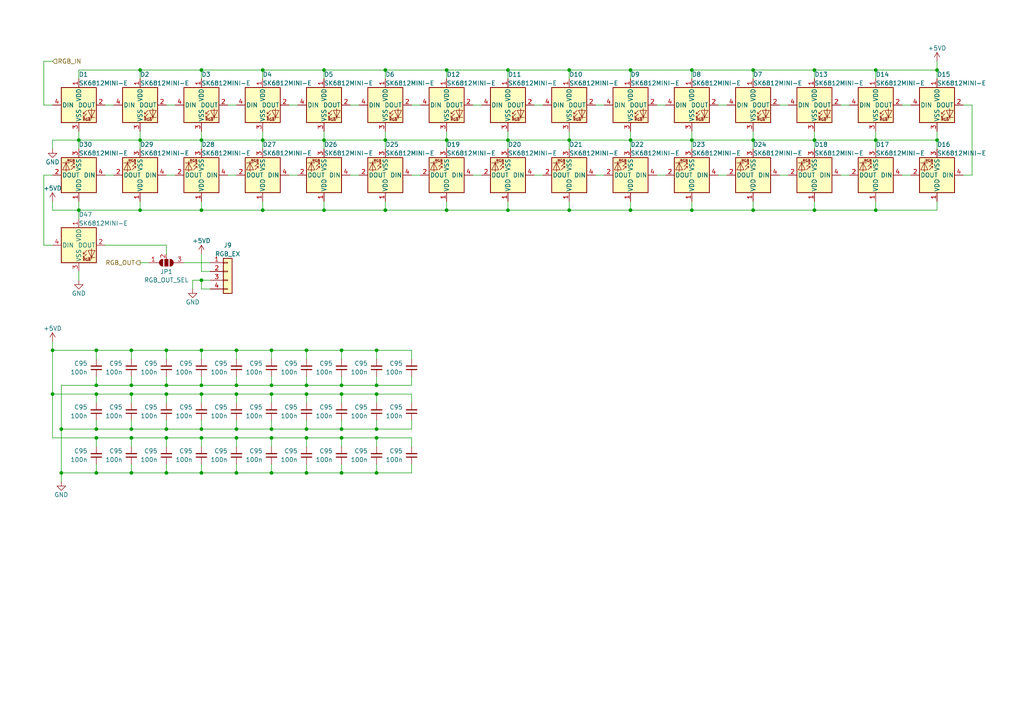
<source format=kicad_sch>
(kicad_sch (version 20230121) (generator eeschema)
  (paper "A4")
  (title_block (title "Cantaloupe split ergonomic keyboard") (date "2023-08-08") (rev "V3.0") (company "Created by Ariamelon (https://github.com/Ariamelon/Cantaloupe/)") (comment 1 "All capacitors 50V unless otherwise specified.") (comment 2 "Licensed under CC BY 4.0."))
  (lib_symbols
    (symbol "Connector_Generic:Conn_01x04" (pin_names (offset 1.016) hide)
      (property "Reference" "J" (at 0 5.08 0))
      (property "Value" "Conn_01x04" (at 0 -7.62 0))
      (symbol "Conn_01x04_1_1"
        (rectangle (start -1.27 -4.953) (end 0 -5.207) (stroke (width 0.1524)))
        (rectangle (start -1.27 -2.413) (end 0 -2.667) (stroke (width 0.1524)))
        (rectangle (start -1.27 0.127) (end 0 -0.127) (stroke (width 0.1524)))
        (rectangle (start -1.27 2.667) (end 0 2.413) (stroke (width 0.1524)))
        (rectangle (start -1.27 3.81) (end 1.27 -6.35) (stroke (width 0.254)) (fill (type background)))
        (pin passive line (at -5.08 2.54 0) (length 3.81) (name "Pin_1") (number "1"))
        (pin passive line (at -5.08 0 0) (length 3.81) (name "Pin_2") (number "2"))
        (pin passive line (at -5.08 -2.54 0) (length 3.81) (name "Pin_3") (number "3"))
        (pin passive line (at -5.08 -5.08 0) (length 3.81) (name "Pin_4") (number "4"))
      )
    )
    (symbol "Device:C_Small" (pin_numbers hide) (pin_names (offset 0.254) hide)
      (property "Reference" "C" (at 0.254 1.778 0))
      (property "Value" "C_Small" (at 0.254 -2.032 0))
      (symbol "C_Small_0_1"
        (polyline (pts (xy -1.524 -0.508) (xy 1.524 -0.508)) (stroke (width 0.3302)))
        (polyline (pts (xy -1.524 0.508) (xy 1.524 0.508)) (stroke (width 0.3048)))
      )
      (symbol "C_Small_1_1"
        (pin passive line (at 0 2.54 270) (length 2.032) (name "~") (number "1"))
        (pin passive line (at 0 -2.54 90) (length 2.032) (name "~") (number "2"))
      )
    )
    (symbol "Honeydew:SolderJumper_3_Open" (pin_names (offset 0) hide)
      (property "Reference" "JP" (at 0 2.6091 0))
      (property "Value" "SolderJumper_3_Open" (at 0 5.0333 0))
      (symbol "SolderJumper_3_Open_0_1"
        (arc (start -1.016 1.016) (mid -2.0276 0) (end -1.016 -1.016))
        (arc (start -1.016 1.016) (mid -2.0276 0) (end -1.016 -1.016) (fill (type outline)))
        (rectangle (start -0.508 1.016) (end 0.508 -1.016) (fill (type outline)))
        (polyline (pts (xy -2.54 0) (xy -2.032 0)))
        (polyline (pts (xy -1.016 1.016) (xy -1.016 -1.016)))
        (polyline (pts (xy 0 -1.27) (xy 0 -1.016)))
        (polyline (pts (xy 1.016 1.016) (xy 1.016 -1.016)))
        (polyline (pts (xy 2.54 0) (xy 2.032 0)))
        (arc (start 1.016 -1.016) (mid 2.0276 0) (end 1.016 1.016))
        (arc (start 1.016 -1.016) (mid 2.0276 0) (end 1.016 1.016) (fill (type outline)))
      )
      (symbol "SolderJumper_3_Open_1_1"
        (pin passive line (at -5.08 0 0) (length 2.54) (name "A") (number "1"))
        (pin passive line (at 0 -2.54 90) (length 1.27) (name "C") (number "2"))
        (pin passive line (at 5.08 0 180) (length 2.54) (name "B") (number "3"))
      )
    )
    (symbol "SK6812MINI-E_54" (pin_names (offset 0.254))
      (property "Reference" "D" (at 5.08 5.715 0))
      (property "Value" "SK6812MINI-E_54" (at 1.27 -5.715 0))
      (symbol "SK6812MINI-E_54_0_0"
        (text "RGB" (at 2.286 -4.191 0) (effects (font (size 0.762 0.762))))
      )
      (symbol "SK6812MINI-E_54_0_1"
        (polyline (pts (xy 1.27 -3.556) (xy 1.778 -3.556)))
        (polyline (pts (xy 1.27 -2.54) (xy 1.778 -2.54)))
        (polyline (pts (xy 4.699 -3.556) (xy 2.667 -3.556)))
        (polyline (pts (xy 2.286 -2.54) (xy 1.27 -3.556) (xy 1.27 -3.048)))
        (polyline (pts (xy 2.286 -1.524) (xy 1.27 -2.54) (xy 1.27 -2.032)))
        (polyline (pts (xy 3.683 -1.016) (xy 3.683 -3.556) (xy 3.683 -4.064)))
        (polyline (pts (xy 4.699 -1.524) (xy 2.667 -1.524) (xy 3.683 -3.556) (xy 4.699 -1.524)))
        (rectangle (start 5.08 5.08) (end -5.08 -5.08) (stroke (width 0.254)) (fill (type background)))
      )
      (symbol "SK6812MINI-E_54_1_1"
        (pin power_in line (at 0 7.62 270) (length 2.54) (name "VDD") (number "1"))
        (pin output line (at 7.62 0 180) (length 2.54) (name "DOUT") (number "2"))
        (pin power_in line (at 0 -7.62 90) (length 2.54) (name "VSS") (number "3"))
        (pin input line (at -7.62 0 0) (length 2.54) (name "DIN") (number "4"))
      )
    )
    (symbol "power:+5VD" (power) (pin_names (offset 0))
      (property "Value" "+5VD" (at 0 3.556 0))
      (symbol "+5VD_0_1"
        (polyline (pts (xy -0.762 1.27) (xy 0 2.54)))
        (polyline (pts (xy 0 0) (xy 0 2.54)))
        (polyline (pts (xy 0 2.54) (xy 0.762 1.27)))
      )
      (symbol "+5VD_1_1"
        (pin power_in line (at 0 0 90) (length 0) hide (name "+5VD") (number "1"))
      )
    )
    (symbol "power:GND" (power) (pin_names (offset 0))
      (property "Value" "GND" (at 0 -3.81 0))
      (symbol "GND_0_1"
        (polyline (pts (xy 0 0) (xy 0 -1.27) (xy 1.27 -1.27) (xy 0 -2.54) (xy -1.27 -1.27) (xy 0 -1.27)))
      )
      (symbol "GND_1_1"
        (pin power_in line (at 0 0 270) (length 0) hide (name "GND") (number "1"))
      )
    )
  )
  (junction (at 88.9 101.6))
  (junction (at 38.1 111.76))
  (junction (at 218.44 20.32))
  (junction (at 99.06 114.3))
  (junction (at 58.42 137.16))
  (junction (at 48.26 137.16))
  (junction (at 22.86 60.96))
  (junction (at 76.2 60.96))
  (junction (at 147.32 60.96))
  (junction (at 58.42 124.46))
  (junction (at 76.2 40.64))
  (junction (at 99.06 111.76))
  (junction (at 109.22 111.76))
  (junction (at 109.22 137.16))
  (junction (at 40.64 40.64))
  (junction (at 48.26 127))
  (junction (at 58.42 40.64))
  (junction (at 88.9 137.16))
  (junction (at 129.54 60.96))
  (junction (at 147.32 40.64))
  (junction (at 93.98 60.96))
  (junction (at 182.88 20.32))
  (junction (at 17.78 137.16))
  (junction (at 111.76 20.32))
  (junction (at 109.22 114.3))
  (junction (at 17.78 124.46))
  (junction (at 76.2 20.32))
  (junction (at 111.76 60.96))
  (junction (at 68.58 137.16))
  (junction (at 218.44 40.64))
  (junction (at 27.94 114.3))
  (junction (at 27.94 101.6))
  (junction (at 48.26 111.76))
  (junction (at 27.94 124.46))
  (junction (at 68.58 101.6))
  (junction (at 200.66 20.32))
  (junction (at 254 20.32))
  (junction (at 38.1 101.6))
  (junction (at 40.64 20.32))
  (junction (at 68.58 111.76))
  (junction (at 38.1 114.3))
  (junction (at 236.22 20.32))
  (junction (at 27.94 111.76))
  (junction (at 129.54 40.64))
  (junction (at 48.26 124.46))
  (junction (at 48.26 114.3))
  (junction (at 99.06 137.16))
  (junction (at 58.42 111.76))
  (junction (at 218.44 60.96))
  (junction (at 236.22 40.64))
  (junction (at 78.74 114.3))
  (junction (at 58.42 127))
  (junction (at 111.76 40.64))
  (junction (at 109.22 124.46))
  (junction (at 165.1 20.32))
  (junction (at 200.66 60.96))
  (junction (at 88.9 114.3))
  (junction (at 78.74 127))
  (junction (at 236.22 60.96))
  (junction (at 15.24 114.3))
  (junction (at 88.9 127))
  (junction (at 271.78 40.64))
  (junction (at 38.1 124.46))
  (junction (at 271.78 20.32))
  (junction (at 68.58 114.3))
  (junction (at 15.24 101.6))
  (junction (at 165.1 40.64))
  (junction (at 93.98 40.64))
  (junction (at 88.9 124.46))
  (junction (at 58.42 114.3))
  (junction (at 68.58 124.46))
  (junction (at 109.22 101.6))
  (junction (at 58.42 60.96))
  (junction (at 68.58 127))
  (junction (at 58.42 81.28))
  (junction (at 78.74 111.76))
  (junction (at 27.94 127))
  (junction (at 78.74 101.6))
  (junction (at 38.1 127))
  (junction (at 129.54 20.32))
  (junction (at 147.32 20.32))
  (junction (at 99.06 124.46))
  (junction (at 22.86 40.64))
  (junction (at 88.9 111.76))
  (junction (at 99.06 127))
  (junction (at 99.06 101.6))
  (junction (at 182.88 40.64))
  (junction (at 200.66 40.64))
  (junction (at 27.94 137.16))
  (junction (at 109.22 127))
  (junction (at 58.42 20.32))
  (junction (at 40.64 60.96))
  (junction (at 254 60.96))
  (junction (at 254 40.64))
  (junction (at 93.98 20.32))
  (junction (at 182.88 60.96))
  (junction (at 38.1 137.16))
  (junction (at 58.42 101.6))
  (junction (at 165.1 60.96))
  (junction (at 78.74 124.46))
  (junction (at 78.74 137.16))
  (junction (at 48.26 101.6))
  (wire (pts (xy 236.22 22.86) (xy 236.22 20.32)))
  (wire (pts (xy 40.64 22.86) (xy 40.64 20.32)))
  (wire (pts (xy 119.38 30.48) (xy 121.92 30.48)))
  (wire (pts (xy 58.42 134.62) (xy 58.42 137.16)))
  (wire (pts (xy 58.42 129.54) (xy 58.42 127)))
  (wire (pts (xy 236.22 40.64) (xy 236.22 43.18)))
  (wire (pts (xy 48.26 109.22) (xy 48.26 111.76)))
  (wire (pts (xy 218.44 40.64) (xy 236.22 40.64)))
  (wire (pts (xy 99.06 121.92) (xy 99.06 124.46)))
  (wire (pts (xy 30.48 71.12) (xy 48.26 71.12)))
  (wire (pts (xy 78.74 114.3) (xy 88.9 114.3)))
  (wire (pts (xy 154.94 50.8) (xy 157.48 50.8)))
  (wire (pts (xy 109.22 137.16) (xy 99.06 137.16)))
  (wire (pts (xy 99.06 134.62) (xy 99.06 137.16)))
  (wire (pts (xy 48.26 111.76) (xy 38.1 111.76)))
  (wire (pts (xy 48.26 114.3) (xy 58.42 114.3)))
  (wire (pts (xy 165.1 60.96) (xy 182.88 60.96)))
  (wire (pts (xy 88.9 137.16) (xy 78.74 137.16)))
  (wire (pts (xy 109.22 134.62) (xy 109.22 137.16)))
  (wire (pts (xy 111.76 40.64) (xy 129.54 40.64)))
  (wire (pts (xy 15.24 43.18) (xy 15.24 40.64)))
  (wire (pts (xy 15.24 101.6) (xy 27.94 101.6)))
  (wire (pts (xy 17.78 137.16) (xy 17.78 124.46)))
  (wire (pts (xy 109.22 111.76) (xy 99.06 111.76)))
  (wire (pts (xy 99.06 116.84) (xy 99.06 114.3)))
  (wire (pts (xy 68.58 134.62) (xy 68.58 137.16)))
  (wire (pts (xy 190.5 50.8) (xy 193.04 50.8)))
  (wire (pts (xy 27.94 104.14) (xy 27.94 101.6)))
  (wire (pts (xy 38.1 104.14) (xy 38.1 101.6)))
  (wire (pts (xy 66.04 50.8) (xy 68.58 50.8)))
  (wire (pts (xy 15.24 50.8) (xy 12.7 50.8)))
  (wire (pts (xy 78.74 109.22) (xy 78.74 111.76)))
  (wire (pts (xy 12.7 17.78) (xy 15.24 17.78)))
  (wire (pts (xy 101.6 50.8) (xy 104.14 50.8)))
  (wire (pts (xy 182.88 40.64) (xy 182.88 43.18)))
  (wire (pts (xy 48.26 127) (xy 58.42 127)))
  (wire (pts (xy 182.88 22.86) (xy 182.88 20.32)))
  (wire (pts (xy 12.7 50.8) (xy 12.7 71.12)))
  (wire (pts (xy 38.1 129.54) (xy 38.1 127)))
  (wire (pts (xy 109.22 104.14) (xy 109.22 101.6)))
  (wire (pts (xy 109.22 109.22) (xy 109.22 111.76)))
  (wire (pts (xy 200.66 60.96) (xy 218.44 60.96)))
  (wire (pts (xy 271.78 22.86) (xy 271.78 20.32)))
  (wire (pts (xy 243.84 30.48) (xy 246.38 30.48)))
  (wire (pts (xy 99.06 114.3) (xy 109.22 114.3)))
  (wire (pts (xy 15.24 101.6) (xy 15.24 114.3)))
  (wire (pts (xy 68.58 104.14) (xy 68.58 101.6)))
  (wire (pts (xy 17.78 111.76) (xy 17.78 124.46)))
  (wire (pts (xy 129.54 40.64) (xy 147.32 40.64)))
  (wire (pts (xy 55.88 83.82) (xy 55.88 81.28)))
  (wire (pts (xy 182.88 20.32) (xy 165.1 20.32)))
  (wire (pts (xy 22.86 81.28) (xy 22.86 78.74)))
  (wire (pts (xy 27.94 114.3) (xy 38.1 114.3)))
  (wire (pts (xy 88.9 121.92) (xy 88.9 124.46)))
  (wire (pts (xy 15.24 114.3) (xy 27.94 114.3)))
  (wire (pts (xy 226.06 30.48) (xy 228.6 30.48)))
  (wire (pts (xy 200.66 22.86) (xy 200.66 20.32)))
  (wire (pts (xy 129.54 60.96) (xy 129.54 58.42)))
  (wire (pts (xy 218.44 38.1) (xy 218.44 40.64)))
  (wire (pts (xy 137.16 50.8) (xy 139.7 50.8)))
  (wire (pts (xy 38.1 124.46) (xy 48.26 124.46)))
  (wire (pts (xy 119.38 50.8) (xy 121.92 50.8)))
  (wire (pts (xy 78.74 129.54) (xy 78.74 127)))
  (wire (pts (xy 119.38 124.46) (xy 109.22 124.46)))
  (wire (pts (xy 93.98 38.1) (xy 93.98 40.64)))
  (wire (pts (xy 48.26 30.48) (xy 50.8 30.48)))
  (wire (pts (xy 12.7 17.78) (xy 12.7 30.48)))
  (wire (pts (xy 40.64 20.32) (xy 22.86 20.32)))
  (wire (pts (xy 236.22 20.32) (xy 218.44 20.32)))
  (wire (pts (xy 165.1 43.18) (xy 165.1 40.64)))
  (wire (pts (xy 190.5 30.48) (xy 193.04 30.48)))
  (wire (pts (xy 119.38 111.76) (xy 109.22 111.76)))
  (wire (pts (xy 58.42 137.16) (xy 48.26 137.16)))
  (wire (pts (xy 68.58 114.3) (xy 78.74 114.3)))
  (wire (pts (xy 99.06 127) (xy 99.06 129.54)))
  (wire (pts (xy 93.98 58.42) (xy 93.98 60.96)))
  (wire (pts (xy 58.42 73.66) (xy 58.42 78.74)))
  (wire (pts (xy 58.42 38.1) (xy 58.42 40.64)))
  (wire (pts (xy 27.94 127) (xy 38.1 127)))
  (wire (pts (xy 55.88 81.28) (xy 58.42 81.28)))
  (wire (pts (xy 111.76 58.42) (xy 111.76 60.96)))
  (wire (pts (xy 281.94 30.48) (xy 279.4 30.48)))
  (wire (pts (xy 129.54 38.1) (xy 129.54 40.64)))
  (wire (pts (xy 236.22 60.96) (xy 254 60.96)))
  (wire (pts (xy 200.66 40.64) (xy 218.44 40.64)))
  (wire (pts (xy 236.22 20.32) (xy 254 20.32)))
  (wire (pts (xy 99.06 109.22) (xy 99.06 111.76)))
  (wire (pts (xy 99.06 111.76) (xy 88.9 111.76)))
  (wire (pts (xy 58.42 83.82) (xy 58.42 81.28)))
  (wire (pts (xy 147.32 40.64) (xy 147.32 38.1)))
  (wire (pts (xy 68.58 101.6) (xy 78.74 101.6)))
  (wire (pts (xy 38.1 121.92) (xy 38.1 124.46)))
  (wire (pts (xy 48.26 101.6) (xy 58.42 101.6)))
  (wire (pts (xy 254 40.64) (xy 271.78 40.64)))
  (wire (pts (xy 83.82 30.48) (xy 86.36 30.48)))
  (wire (pts (xy 78.74 121.92) (xy 78.74 124.46)))
  (wire (pts (xy 76.2 22.86) (xy 76.2 20.32)))
  (wire (pts (xy 218.44 43.18) (xy 218.44 40.64)))
  (wire (pts (xy 58.42 109.22) (xy 58.42 111.76)))
  (wire (pts (xy 48.26 137.16) (xy 38.1 137.16)))
  (wire (pts (xy 40.64 38.1) (xy 40.64 40.64)))
  (wire (pts (xy 147.32 40.64) (xy 165.1 40.64)))
  (wire (pts (xy 129.54 40.64) (xy 129.54 43.18)))
  (wire (pts (xy 48.26 116.84) (xy 48.26 114.3)))
  (wire (pts (xy 48.26 104.14) (xy 48.26 101.6)))
  (wire (pts (xy 172.72 30.48) (xy 175.26 30.48)))
  (wire (pts (xy 27.94 134.62) (xy 27.94 137.16)))
  (wire (pts (xy 119.38 121.92) (xy 119.38 124.46)))
  (wire (pts (xy 109.22 127) (xy 119.38 127)))
  (wire (pts (xy 119.38 129.54) (xy 119.38 127)))
  (wire (pts (xy 236.22 38.1) (xy 236.22 40.64)))
  (wire (pts (xy 58.42 43.18) (xy 58.42 40.64)))
  (wire (pts (xy 109.22 129.54) (xy 109.22 127)))
  (wire (pts (xy 154.94 30.48) (xy 157.48 30.48)))
  (wire (pts (xy 17.78 139.7) (xy 17.78 137.16)))
  (wire (pts (xy 27.94 129.54) (xy 27.94 127)))
  (wire (pts (xy 68.58 111.76) (xy 58.42 111.76)))
  (wire (pts (xy 38.1 109.22) (xy 38.1 111.76)))
  (wire (pts (xy 53.34 76.2) (xy 60.96 76.2)))
  (wire (pts (xy 78.74 124.46) (xy 68.58 124.46)))
  (wire (pts (xy 119.38 109.22) (xy 119.38 111.76)))
  (wire (pts (xy 200.66 43.18) (xy 200.66 40.64)))
  (wire (pts (xy 78.74 124.46) (xy 88.9 124.46)))
  (wire (pts (xy 66.04 30.48) (xy 68.58 30.48)))
  (wire (pts (xy 68.58 109.22) (xy 68.58 111.76)))
  (wire (pts (xy 15.24 60.96) (xy 22.86 60.96)))
  (wire (pts (xy 129.54 60.96) (xy 147.32 60.96)))
  (wire (pts (xy 30.48 50.8) (xy 33.02 50.8)))
  (wire (pts (xy 40.64 40.64) (xy 58.42 40.64)))
  (wire (pts (xy 254 43.18) (xy 254 40.64)))
  (wire (pts (xy 38.1 127) (xy 48.26 127)))
  (wire (pts (xy 40.64 60.96) (xy 40.64 58.42)))
  (wire (pts (xy 111.76 60.96) (xy 93.98 60.96)))
  (wire (pts (xy 182.88 60.96) (xy 200.66 60.96)))
  (wire (pts (xy 129.54 20.32) (xy 147.32 20.32)))
  (wire (pts (xy 182.88 20.32) (xy 200.66 20.32)))
  (wire (pts (xy 30.48 30.48) (xy 33.02 30.48)))
  (wire (pts (xy 147.32 22.86) (xy 147.32 20.32)))
  (wire (pts (xy 271.78 43.18) (xy 271.78 40.64)))
  (wire (pts (xy 48.26 124.46) (xy 58.42 124.46)))
  (wire (pts (xy 27.94 101.6) (xy 38.1 101.6)))
  (wire (pts (xy 200.66 58.42) (xy 200.66 60.96)))
  (wire (pts (xy 182.88 58.42) (xy 182.88 60.96)))
  (wire (pts (xy 58.42 60.96) (xy 40.64 60.96)))
  (wire (pts (xy 271.78 17.78) (xy 271.78 20.32)))
  (wire (pts (xy 88.9 111.76) (xy 78.74 111.76)))
  (wire (pts (xy 76.2 38.1) (xy 76.2 40.64)))
  (wire (pts (xy 243.84 50.8) (xy 246.38 50.8)))
  (wire (pts (xy 111.76 20.32) (xy 129.54 20.32)))
  (wire (pts (xy 38.1 114.3) (xy 48.26 114.3)))
  (wire (pts (xy 109.22 116.84) (xy 109.22 114.3)))
  (wire (pts (xy 147.32 58.42) (xy 147.32 60.96)))
  (wire (pts (xy 12.7 71.12) (xy 15.24 71.12)))
  (wire (pts (xy 281.94 50.8) (xy 281.94 30.48)))
  (wire (pts (xy 99.06 137.16) (xy 88.9 137.16)))
  (wire (pts (xy 58.42 20.32) (xy 76.2 20.32)))
  (wire (pts (xy 38.1 116.84) (xy 38.1 114.3)))
  (wire (pts (xy 58.42 40.64) (xy 76.2 40.64)))
  (wire (pts (xy 15.24 99.06) (xy 15.24 101.6)))
  (wire (pts (xy 58.42 20.32) (xy 40.64 20.32)))
  (wire (pts (xy 58.42 124.46) (xy 68.58 124.46)))
  (wire (pts (xy 147.32 60.96) (xy 165.1 60.96)))
  (wire (pts (xy 129.54 20.32) (xy 129.54 22.86)))
  (wire (pts (xy 99.06 101.6) (xy 109.22 101.6)))
  (wire (pts (xy 76.2 43.18) (xy 76.2 40.64)))
  (wire (pts (xy 15.24 127) (xy 15.24 114.3)))
  (wire (pts (xy 58.42 78.74) (xy 60.96 78.74)))
  (wire (pts (xy 88.9 129.54) (xy 88.9 127)))
  (wire (pts (xy 281.94 50.8) (xy 279.4 50.8)))
  (wire (pts (xy 137.16 30.48) (xy 139.7 30.48)))
  (wire (pts (xy 111.76 60.96) (xy 129.54 60.96)))
  (wire (pts (xy 78.74 116.84) (xy 78.74 114.3)))
  (wire (pts (xy 218.44 22.86) (xy 218.44 20.32)))
  (wire (pts (xy 111.76 20.32) (xy 93.98 20.32)))
  (wire (pts (xy 78.74 134.62) (xy 78.74 137.16)))
  (wire (pts (xy 254 58.42) (xy 254 60.96)))
  (wire (pts (xy 165.1 40.64) (xy 182.88 40.64)))
  (wire (pts (xy 88.9 114.3) (xy 88.9 116.84)))
  (wire (pts (xy 40.64 76.2) (xy 43.18 76.2)))
  (wire (pts (xy 58.42 114.3) (xy 68.58 114.3)))
  (wire (pts (xy 147.32 43.18) (xy 147.32 40.64)))
  (wire (pts (xy 60.96 83.82) (xy 58.42 83.82)))
  (wire (pts (xy 78.74 104.14) (xy 78.74 101.6)))
  (wire (pts (xy 109.22 101.6) (xy 119.38 101.6)))
  (wire (pts (xy 111.76 22.86) (xy 111.76 20.32)))
  (wire (pts (xy 22.86 60.96) (xy 22.86 58.42)))
  (wire (pts (xy 182.88 40.64) (xy 200.66 40.64)))
  (wire (pts (xy 58.42 111.76) (xy 48.26 111.76)))
  (wire (pts (xy 88.9 104.14) (xy 88.9 101.6)))
  (wire (pts (xy 111.76 38.1) (xy 111.76 40.64)))
  (wire (pts (xy 27.94 111.76) (xy 17.78 111.76)))
  (wire (pts (xy 119.38 137.16) (xy 109.22 137.16)))
  (wire (pts (xy 200.66 38.1) (xy 200.66 40.64)))
  (wire (pts (xy 208.28 50.8) (xy 210.82 50.8)))
  (wire (pts (xy 40.64 43.18) (xy 40.64 40.64)))
  (wire (pts (xy 48.26 50.8) (xy 50.8 50.8)))
  (wire (pts (xy 109.22 114.3) (xy 119.38 114.3)))
  (wire (pts (xy 27.94 121.92) (xy 27.94 124.46)))
  (wire (pts (xy 38.1 134.62) (xy 38.1 137.16)))
  (wire (pts (xy 93.98 60.96) (xy 76.2 60.96)))
  (wire (pts (xy 119.38 134.62) (xy 119.38 137.16)))
  (wire (pts (xy 22.86 43.18) (xy 22.86 40.64)))
  (wire (pts (xy 93.98 22.86) (xy 93.98 20.32)))
  (wire (pts (xy 38.1 101.6) (xy 48.26 101.6)))
  (wire (pts (xy 68.58 121.92) (xy 68.58 124.46)))
  (wire (pts (xy 182.88 38.1) (xy 182.88 40.64)))
  (wire (pts (xy 68.58 127) (xy 78.74 127)))
  (wire (pts (xy 58.42 116.84) (xy 58.42 114.3)))
  (wire (pts (xy 88.9 109.22) (xy 88.9 111.76)))
  (wire (pts (xy 15.24 40.64) (xy 22.86 40.64)))
  (wire (pts (xy 40.64 60.96) (xy 22.86 60.96)))
  (wire (pts (xy 99.06 104.14) (xy 99.06 101.6)))
  (wire (pts (xy 93.98 43.18) (xy 93.98 40.64)))
  (wire (pts (xy 22.86 60.96) (xy 22.86 63.5)))
  (wire (pts (xy 76.2 58.42) (xy 76.2 60.96)))
  (wire (pts (xy 27.94 124.46) (xy 38.1 124.46)))
  (wire (pts (xy 119.38 104.14) (xy 119.38 101.6)))
  (wire (pts (xy 88.9 114.3) (xy 99.06 114.3)))
  (wire (pts (xy 38.1 137.16) (xy 27.94 137.16)))
  (wire (pts (xy 254 60.96) (xy 271.78 60.96)))
  (wire (pts (xy 254 20.32) (xy 271.78 20.32)))
  (wire (pts (xy 48.26 134.62) (xy 48.26 137.16)))
  (wire (pts (xy 99.06 124.46) (xy 88.9 124.46)))
  (wire (pts (xy 58.42 121.92) (xy 58.42 124.46)))
  (wire (pts (xy 58.42 81.28) (xy 60.96 81.28)))
  (wire (pts (xy 200.66 20.32) (xy 218.44 20.32)))
  (wire (pts (xy 271.78 60.96) (xy 271.78 58.42)))
  (wire (pts (xy 109.22 121.92) (xy 109.22 124.46)))
  (wire (pts (xy 254 22.86) (xy 254 20.32)))
  (wire (pts (xy 261.62 30.48) (xy 264.16 30.48)))
  (wire (pts (xy 226.06 50.8) (xy 228.6 50.8)))
  (wire (pts (xy 58.42 58.42) (xy 58.42 60.96)))
  (wire (pts (xy 218.44 58.42) (xy 218.44 60.96)))
  (wire (pts (xy 27.94 127) (xy 15.24 127)))
  (wire (pts (xy 261.62 50.8) (xy 264.16 50.8)))
  (wire (pts (xy 68.58 137.16) (xy 58.42 137.16)))
  (wire (pts (xy 27.94 116.84) (xy 27.94 114.3)))
  (wire (pts (xy 78.74 137.16) (xy 68.58 137.16)))
  (wire (pts (xy 78.74 127) (xy 88.9 127)))
  (wire (pts (xy 93.98 40.64) (xy 111.76 40.64)))
  (wire (pts (xy 58.42 101.6) (xy 68.58 101.6)))
  (wire (pts (xy 22.86 20.32) (xy 22.86 22.86)))
  (wire (pts (xy 99.06 124.46) (xy 109.22 124.46)))
  (wire (pts (xy 165.1 22.86) (xy 165.1 20.32)))
  (wire (pts (xy 208.28 30.48) (xy 210.82 30.48)))
  (wire (pts (xy 88.9 127) (xy 99.06 127)))
  (wire (pts (xy 78.74 101.6) (xy 88.9 101.6)))
  (wire (pts (xy 17.78 124.46) (xy 27.94 124.46)))
  (wire (pts (xy 12.7 30.48) (xy 15.24 30.48)))
  (wire (pts (xy 48.26 121.92) (xy 48.26 124.46)))
  (wire (pts (xy 48.26 71.12) (xy 48.26 73.66)))
  (wire (pts (xy 119.38 116.84) (xy 119.38 114.3)))
  (wire (pts (xy 254 40.64) (xy 254 38.1)))
  (wire (pts (xy 236.22 40.64) (xy 254 40.64)))
  (wire (pts (xy 68.58 116.84) (xy 68.58 114.3)))
  (wire (pts (xy 22.86 40.64) (xy 22.86 38.1)))
  (wire (pts (xy 165.1 60.96) (xy 165.1 58.42)))
  (wire (pts (xy 76.2 40.64) (xy 93.98 40.64)))
  (wire (pts (xy 48.26 129.54) (xy 48.26 127)))
  (wire (pts (xy 27.94 109.22) (xy 27.94 111.76)))
  (wire (pts (xy 76.2 60.96) (xy 58.42 60.96)))
  (wire (pts (xy 99.06 127) (xy 109.22 127)))
  (wire (pts (xy 68.58 129.54) (xy 68.58 127)))
  (wire (pts (xy 165.1 40.64) (xy 165.1 38.1)))
  (wire (pts (xy 111.76 40.64) (xy 111.76 43.18)))
  (wire (pts (xy 218.44 60.96) (xy 236.22 60.96)))
  (wire (pts (xy 22.86 40.64) (xy 40.64 40.64)))
  (wire (pts (xy 236.22 58.42) (xy 236.22 60.96)))
  (wire (pts (xy 78.74 111.76) (xy 68.58 111.76)))
  (wire (pts (xy 15.24 58.42) (xy 15.24 60.96)))
  (wire (pts (xy 58.42 22.86) (xy 58.42 20.32)))
  (wire (pts (xy 17.78 137.16) (xy 27.94 137.16)))
  (wire (pts (xy 38.1 111.76) (xy 27.94 111.76)))
  (wire (pts (xy 83.82 50.8) (xy 86.36 50.8)))
  (wire (pts (xy 165.1 20.32) (xy 147.32 20.32)))
  (wire (pts (xy 271.78 40.64) (xy 271.78 38.1)))
  (wire (pts (xy 88.9 101.6) (xy 99.06 101.6)))
  (wire (pts (xy 88.9 134.62) (xy 88.9 137.16)))
  (wire (pts (xy 172.72 50.8) (xy 175.26 50.8)))
  (wire (pts (xy 76.2 20.32) (xy 93.98 20.32)))
  (wire (pts (xy 101.6 30.48) (xy 104.14 30.48)))
  (wire (pts (xy 58.42 104.14) (xy 58.42 101.6)))
  (wire (pts (xy 58.42 127) (xy 68.58 127)))
  (hierarchical_label "RGB_IN" (shape input) (at 15.24 17.78 0))
  (hierarchical_label "RGB_OUT" (shape output) (at 40.64 76.2 180))
  (symbol (lib_id "Device:C_Small") (at 68.58 132.08 0) (mirror x) (unit 1)
    (property "Reference" "C95" (at 66.04 130.81 0) (effects (justify right)))
    (property "Value" "100n" (at 66.04 133.35 0) (effects (justify right)))
    (property "Footprint" "Cantaloupe:C_0402_1005Metric" (effects hide))
    (property "Description" "0402 capacitor" (effects hide))
    (property "LCSC" "C307331" (effects hide))
    (property "Voltage" "50V" (effects hide))
    (instances (project "Cantaloupe" (path "" (reference "C95") (unit 1)) (path "" (reference "C30") (unit 1)) (path "" (reference "C48") (unit 1))))
  )
  (symbol (lib_name "SK6812MINI-E_54") (lib_id "Honeydew:SK6812MINI-E") (at 147.32 50.8 180) (unit 1)
    (property "Reference" "D20" (at 147.32 41.91 0) (effects (justify right)))
    (property "Value" "SK6812MINI-E" (at 147.32 44.45 0) (effects (justify right)))
    (property "Footprint" "Cantaloupe:YS-SK6812MINI-E" (effects hide))
    (property "Description" "RGB LED" (effects hide))
    (property "LCSC" "C524051" (effects hide))
  )
  (symbol (lib_id "Device:C_Small") (at 109.22 119.38 0) (mirror x) (unit 1)
    (property "Reference" "C95" (at 106.68 118.11 0) (effects (justify right)))
    (property "Value" "100n" (at 106.68 120.65 0) (effects (justify right)))
    (property "Footprint" "Cantaloupe:C_0402_1005Metric" (effects hide))
    (property "Description" "0402 capacitor" (effects hide))
    (property "LCSC" "C307331" (effects hide))
    (property "Voltage" "50V" (effects hide))
    (instances (project "Cantaloupe" (path "" (reference "C95") (unit 1)) (path "" (reference "C30") (unit 1)) (path "" (reference "C59") (unit 1))))
  )
  (symbol (lib_id "power:+5VD") (at 271.78 17.78 0) (unit 1)
    (property "Reference" "#PWR099" (effects hide))
    (property "Value" "+5VD" (at 271.78 13.97 0))
    (instances (project "Cantaloupe" (path "" (reference "#PWR099") (unit 1)) (path "" (reference "#PWR02") (unit 1))))
  )
  (symbol (lib_id "Device:C_Small") (at 119.38 119.38 0) (mirror x) (unit 1)
    (property "Reference" "C95" (at 116.84 118.11 0) (effects (justify right)))
    (property "Value" "100n" (at 116.84 120.65 0) (effects (justify right)))
    (property "Footprint" "Cantaloupe:C_0402_1005Metric" (effects hide))
    (property "Description" "0402 capacitor" (effects hide))
    (property "LCSC" "C307331" (effects hide))
    (property "Voltage" "50V" (effects hide))
    (instances (project "Cantaloupe" (path "" (reference "C95") (unit 1)) (path "" (reference "C30") (unit 1)) (path "" (reference "C62") (unit 1))))
  )
  (symbol (lib_name "SK6812MINI-E_54") (lib_id "Honeydew:SK6812MINI-E") (at 93.98 50.8 180) (unit 1)
    (property "Reference" "D26" (at 93.98 41.91 0) (effects (justify right)))
    (property "Value" "SK6812MINI-E" (at 93.98 44.45 0) (effects (justify right)))
    (property "Footprint" "Cantaloupe:YS-SK6812MINI-E" (effects hide))
    (property "Description" "RGB LED" (effects hide))
    (property "LCSC" "C524051" (effects hide))
  )
  (symbol (lib_id "power:GND") (at 17.78 139.7 0) (unit 1)
    (property "Reference" "#PWR045" (effects hide))
    (property "Value" "GND" (at 17.78 143.51 0))
  )
  (symbol (lib_name "SK6812MINI-E_54") (lib_id "Honeydew:SK6812MINI-E") (at 40.64 30.48 0) (unit 1)
    (property "Reference" "D2" (at 40.64 21.59 0) (effects (justify left)))
    (property "Value" "SK6812MINI-E" (at 40.64 24.13 0) (effects (justify left)))
    (property "Footprint" "Cantaloupe:YS-SK6812MINI-E" (effects hide))
    (property "Description" "RGB LED" (effects hide))
    (property "LCSC" "C524051" (effects hide))
  )
  (symbol (lib_name "SK6812MINI-E_54") (lib_id "Honeydew:SK6812MINI-E") (at 271.78 50.8 180) (unit 1)
    (property "Reference" "D16" (at 271.78 41.91 0) (effects (justify right)))
    (property "Value" "SK6812MINI-E" (at 271.78 44.45 0) (effects (justify right)))
    (property "Footprint" "Cantaloupe:YS-SK6812MINI-E" (effects hide))
    (property "Description" "RGB LED" (effects hide))
    (property "LCSC" "C524051" (effects hide))
  )
  (symbol (lib_id "Device:C_Small") (at 119.38 106.68 0) (mirror x) (unit 1)
    (property "Reference" "C95" (at 116.84 105.41 0) (effects (justify right)))
    (property "Value" "100n" (at 116.84 107.95 0) (effects (justify right)))
    (property "Footprint" "Cantaloupe:C_0402_1005Metric" (effects hide))
    (property "Description" "0402 capacitor" (effects hide))
    (property "LCSC" "C307331" (effects hide))
    (property "Voltage" "50V" (effects hide))
    (instances (project "Cantaloupe" (path "" (reference "C95") (unit 1)) (path "" (reference "C30") (unit 1)) (path "" (reference "C61") (unit 1))))
  )
  (symbol (lib_name "SK6812MINI-E_54") (lib_id "Honeydew:SK6812MINI-E") (at 76.2 30.48 0) (unit 1)
    (property "Reference" "D4" (at 76.2 21.59 0) (effects (justify left)))
    (property "Value" "SK6812MINI-E" (at 76.2 24.13 0) (effects (justify left)))
    (property "Footprint" "Cantaloupe:YS-SK6812MINI-E" (effects hide))
    (property "Description" "RGB LED" (effects hide))
    (property "LCSC" "C524051" (effects hide))
  )
  (symbol (lib_name "SK6812MINI-E_54") (lib_id "Honeydew:SK6812MINI-E") (at 165.1 50.8 180) (unit 1)
    (property "Reference" "D21" (at 165.1 41.91 0) (effects (justify right)))
    (property "Value" "SK6812MINI-E" (at 165.1 44.45 0) (effects (justify right)))
    (property "Footprint" "Cantaloupe:YS-SK6812MINI-E" (effects hide))
    (property "Description" "RGB LED" (effects hide))
    (property "LCSC" "C524051" (effects hide))
  )
  (symbol (lib_id "power:+5VD") (at 15.24 99.06 0) (unit 1)
    (property "Reference" "#PWR099" (effects hide))
    (property "Value" "+5VD" (at 15.24 95.25 0))
    (instances (project "Cantaloupe" (path "" (reference "#PWR099") (unit 1)) (path "" (reference "#PWR050") (unit 1))))
  )
  (symbol (lib_id "Device:C_Small") (at 78.74 106.68 0) (mirror x) (unit 1)
    (property "Reference" "C95" (at 76.2 105.41 0) (effects (justify right)))
    (property "Value" "100n" (at 76.2 107.95 0) (effects (justify right)))
    (property "Footprint" "Cantaloupe:C_0402_1005Metric" (effects hide))
    (property "Description" "0402 capacitor" (effects hide))
    (property "LCSC" "C307331" (effects hide))
    (property "Voltage" "50V" (effects hide))
    (instances (project "Cantaloupe" (path "" (reference "C95") (unit 1)) (path "" (reference "C30") (unit 1)) (path "" (reference "C49") (unit 1))))
  )
  (symbol (lib_id "Device:C_Small") (at 88.9 106.68 0) (mirror x) (unit 1)
    (property "Reference" "C95" (at 86.36 105.41 0) (effects (justify right)))
    (property "Value" "100n" (at 86.36 107.95 0) (effects (justify right)))
    (property "Footprint" "Cantaloupe:C_0402_1005Metric" (effects hide))
    (property "Description" "0402 capacitor" (effects hide))
    (property "LCSC" "C307331" (effects hide))
    (property "Voltage" "50V" (effects hide))
    (instances (project "Cantaloupe" (path "" (reference "C95") (unit 1)) (path "" (reference "C30") (unit 1)) (path "" (reference "C52") (unit 1))))
  )
  (symbol (lib_id "Device:C_Small") (at 38.1 106.68 0) (mirror x) (unit 1)
    (property "Reference" "C95" (at 35.56 105.41 0) (effects (justify right)))
    (property "Value" "100n" (at 35.56 107.95 0) (effects (justify right)))
    (property "Footprint" "Cantaloupe:C_0402_1005Metric" (effects hide))
    (property "Description" "0402 capacitor" (effects hide))
    (property "LCSC" "C307331" (effects hide))
    (property "Voltage" "50V" (effects hide))
    (instances (project "Cantaloupe" (path "" (reference "C95") (unit 1)) (path "" (reference "C30") (unit 1)) (path "" (reference "C37") (unit 1))))
  )
  (symbol (lib_id "Honeydew:SolderJumper_3_Open") (at 48.26 76.2 0) (mirror x) (unit 1) (in_bom no)
    (property "Reference" "JP1" (at 48.26 78.8091 0))
    (property "Value" "RGB_OUT_SEL" (at 48.26 81.2333 0))
    (property "Footprint" "Jumper:SolderJumper-3_P1.3mm_Open_Pad1.0x1.5mm_NumberLabels" (effects hide))
  )
  (symbol (lib_name "SK6812MINI-E_54") (lib_id "Honeydew:SK6812MINI-E") (at 58.42 50.8 180) (unit 1)
    (property "Reference" "D28" (at 58.42 41.91 0) (effects (justify right)))
    (property "Value" "SK6812MINI-E" (at 58.42 44.45 0) (effects (justify right)))
    (property "Footprint" "Cantaloupe:YS-SK6812MINI-E" (effects hide))
    (property "Description" "RGB LED" (effects hide))
    (property "LCSC" "C524051" (effects hide))
  )
  (symbol (lib_id "Device:C_Small") (at 48.26 119.38 0) (mirror x) (unit 1)
    (property "Reference" "C95" (at 45.72 118.11 0) (effects (justify right)))
    (property "Value" "100n" (at 45.72 120.65 0) (effects (justify right)))
    (property "Footprint" "Cantaloupe:C_0402_1005Metric" (effects hide))
    (property "Description" "0402 capacitor" (effects hide))
    (property "LCSC" "C307331" (effects hide))
    (property "Voltage" "50V" (effects hide))
    (instances (project "Cantaloupe" (path "" (reference "C95") (unit 1)) (path "" (reference "C30") (unit 1)) (path "" (reference "C41") (unit 1))))
  )
  (symbol (lib_name "SK6812MINI-E_54") (lib_id "Honeydew:SK6812MINI-E") (at 111.76 30.48 0) (unit 1)
    (property "Reference" "D6" (at 111.76 21.59 0) (effects (justify left)))
    (property "Value" "SK6812MINI-E" (at 111.76 24.13 0) (effects (justify left)))
    (property "Footprint" "Cantaloupe:YS-SK6812MINI-E" (effects hide))
    (property "Description" "RGB LED" (effects hide))
    (property "LCSC" "C524051" (effects hide))
  )
  (symbol (lib_name "SK6812MINI-E_54") (lib_id "Honeydew:SK6812MINI-E") (at 22.86 30.48 0) (unit 1)
    (property "Reference" "D1" (at 22.86 21.59 0) (effects (justify left)))
    (property "Value" "SK6812MINI-E" (at 22.86 24.13 0) (effects (justify left)))
    (property "Footprint" "Cantaloupe:YS-SK6812MINI-E" (effects hide))
    (property "Description" "RGB LED" (effects hide))
    (property "LCSC" "C524051" (effects hide))
  )
  (symbol (lib_id "Device:C_Small") (at 38.1 119.38 0) (mirror x) (unit 1)
    (property "Reference" "C95" (at 35.56 118.11 0) (effects (justify right)))
    (property "Value" "100n" (at 35.56 120.65 0) (effects (justify right)))
    (property "Footprint" "Cantaloupe:C_0402_1005Metric" (effects hide))
    (property "Description" "0402 capacitor" (effects hide))
    (property "LCSC" "C307331" (effects hide))
    (property "Voltage" "50V" (effects hide))
    (instances (project "Cantaloupe" (path "" (reference "C95") (unit 1)) (path "" (reference "C30") (unit 1)) (path "" (reference "C38") (unit 1))))
  )
  (symbol (lib_name "SK6812MINI-E_54") (lib_id "Honeydew:SK6812MINI-E") (at 182.88 30.48 0) (unit 1)
    (property "Reference" "D9" (at 182.88 21.59 0) (effects (justify left)))
    (property "Value" "SK6812MINI-E" (at 182.88 24.13 0) (effects (justify left)))
    (property "Footprint" "Cantaloupe:YS-SK6812MINI-E" (effects hide))
    (property "Description" "RGB LED" (effects hide))
    (property "LCSC" "C524051" (effects hide))
  )
  (symbol (lib_id "power:GND") (at 55.88 83.82 0) (mirror y) (unit 1)
    (property "Reference" "#PWR037" (effects hide))
    (property "Value" "GND" (at 55.88 87.63 0))
  )
  (symbol (lib_id "power:+5VD") (at 15.24 58.42 0) (unit 1)
    (property "Reference" "#PWR099" (effects hide))
    (property "Value" "+5VD" (at 15.24 54.61 0))
    (instances (project "Cantaloupe" (path "" (reference "#PWR099") (unit 1)) (path "" (reference "#PWR044") (unit 1))))
  )
  (symbol (lib_id "Device:C_Small") (at 58.42 119.38 0) (mirror x) (unit 1)
    (property "Reference" "C95" (at 55.88 118.11 0) (effects (justify right)))
    (property "Value" "100n" (at 55.88 120.65 0) (effects (justify right)))
    (property "Footprint" "Cantaloupe:C_0402_1005Metric" (effects hide))
    (property "Description" "0402 capacitor" (effects hide))
    (property "LCSC" "C307331" (effects hide))
    (property "Voltage" "50V" (effects hide))
    (instances (project "Cantaloupe" (path "" (reference "C95") (unit 1)) (path "" (reference "C30") (unit 1)) (path "" (reference "C44") (unit 1))))
  )
  (symbol (lib_id "Device:C_Small") (at 68.58 106.68 0) (mirror x) (unit 1)
    (property "Reference" "C95" (at 66.04 105.41 0) (effects (justify right)))
    (property "Value" "100n" (at 66.04 107.95 0) (effects (justify right)))
    (property "Footprint" "Cantaloupe:C_0402_1005Metric" (effects hide))
    (property "Description" "0402 capacitor" (effects hide))
    (property "LCSC" "C307331" (effects hide))
    (property "Voltage" "50V" (effects hide))
    (instances (project "Cantaloupe" (path "" (reference "C95") (unit 1)) (path "" (reference "C30") (unit 1)) (path "" (reference "C46") (unit 1))))
  )
  (symbol (lib_id "Device:C_Small") (at 99.06 106.68 0) (mirror x) (unit 1)
    (property "Reference" "C95" (at 96.52 105.41 0) (effects (justify right)))
    (property "Value" "100n" (at 96.52 107.95 0) (effects (justify right)))
    (property "Footprint" "Cantaloupe:C_0402_1005Metric" (effects hide))
    (property "Description" "0402 capacitor" (effects hide))
    (property "LCSC" "C307331" (effects hide))
    (property "Voltage" "50V" (effects hide))
    (instances (project "Cantaloupe" (path "" (reference "C95") (unit 1)) (path "" (reference "C30") (unit 1)) (path "" (reference "C55") (unit 1))))
  )
  (symbol (lib_name "SK6812MINI-E_54") (lib_id "Honeydew:SK6812MINI-E") (at 182.88 50.8 180) (unit 1)
    (property "Reference" "D22" (at 182.88 41.91 0) (effects (justify right)))
    (property "Value" "SK6812MINI-E" (at 182.88 44.45 0) (effects (justify right)))
    (property "Footprint" "Cantaloupe:YS-SK6812MINI-E" (effects hide))
    (property "Description" "RGB LED" (effects hide))
    (property "LCSC" "C524051" (effects hide))
  )
  (symbol (lib_name "SK6812MINI-E_54") (lib_id "Honeydew:SK6812MINI-E") (at 93.98 30.48 0) (unit 1)
    (property "Reference" "D5" (at 93.98 21.59 0) (effects (justify left)))
    (property "Value" "SK6812MINI-E" (at 93.98 24.13 0) (effects (justify left)))
    (property "Footprint" "Cantaloupe:YS-SK6812MINI-E" (effects hide))
    (property "Description" "RGB LED" (effects hide))
    (property "LCSC" "C524051" (effects hide))
  )
  (symbol (lib_name "SK6812MINI-E_54") (lib_id "Honeydew:SK6812MINI-E") (at 111.76 50.8 180) (unit 1)
    (property "Reference" "D25" (at 111.76 41.91 0) (effects (justify right)))
    (property "Value" "SK6812MINI-E" (at 111.76 44.45 0) (effects (justify right)))
    (property "Footprint" "Cantaloupe:YS-SK6812MINI-E" (effects hide))
    (property "Description" "RGB LED" (effects hide))
    (property "LCSC" "C524051" (effects hide))
  )
  (symbol (lib_name "SK6812MINI-E_54") (lib_id "Honeydew:SK6812MINI-E") (at 218.44 30.48 0) (unit 1)
    (property "Reference" "D7" (at 218.44 21.59 0) (effects (justify left)))
    (property "Value" "SK6812MINI-E" (at 218.44 24.13 0) (effects (justify left)))
    (property "Footprint" "Cantaloupe:YS-SK6812MINI-E" (effects hide))
    (property "Description" "RGB LED" (effects hide))
    (property "LCSC" "C524051" (effects hide))
  )
  (symbol (lib_name "SK6812MINI-E_54") (lib_id "Honeydew:SK6812MINI-E") (at 129.54 30.48 0) (unit 1)
    (property "Reference" "D12" (at 129.54 21.59 0) (effects (justify left)))
    (property "Value" "SK6812MINI-E" (at 129.54 24.13 0) (effects (justify left)))
    (property "Footprint" "Cantaloupe:YS-SK6812MINI-E" (effects hide))
    (property "Description" "RGB LED" (effects hide))
    (property "LCSC" "C524051" (effects hide))
  )
  (symbol (lib_id "Device:C_Small") (at 38.1 132.08 0) (mirror x) (unit 1)
    (property "Reference" "C95" (at 35.56 130.81 0) (effects (justify right)))
    (property "Value" "100n" (at 35.56 133.35 0) (effects (justify right)))
    (property "Footprint" "Cantaloupe:C_0402_1005Metric" (effects hide))
    (property "Description" "0402 capacitor" (effects hide))
    (property "LCSC" "C307331" (effects hide))
    (property "Voltage" "50V" (effects hide))
    (instances (project "Cantaloupe" (path "" (reference "C95") (unit 1)) (path "" (reference "C30") (unit 1)) (path "" (reference "C39") (unit 1))))
  )
  (symbol (lib_id "Device:C_Small") (at 109.22 106.68 0) (mirror x) (unit 1)
    (property "Reference" "C95" (at 106.68 105.41 0) (effects (justify right)))
    (property "Value" "100n" (at 106.68 107.95 0) (effects (justify right)))
    (property "Footprint" "Cantaloupe:C_0402_1005Metric" (effects hide))
    (property "Description" "0402 capacitor" (effects hide))
    (property "LCSC" "C307331" (effects hide))
    (property "Voltage" "50V" (effects hide))
    (instances (project "Cantaloupe" (path "" (reference "C95") (unit 1)) (path "" (reference "C30") (unit 1)) (path "" (reference "C58") (unit 1))))
  )
  (symbol (lib_id "power:GND") (at 22.86 81.28 0) (unit 1)
    (property "Reference" "#PWR023" (effects hide))
    (property "Value" "GND" (at 22.86 85.09 0))
  )
  (symbol (lib_name "SK6812MINI-E_54") (lib_id "Honeydew:SK6812MINI-E") (at 271.78 30.48 0) (unit 1)
    (property "Reference" "D15" (at 271.78 21.59 0) (effects (justify left)))
    (property "Value" "SK6812MINI-E" (at 271.78 24.13 0) (effects (justify left)))
    (property "Footprint" "Cantaloupe:YS-SK6812MINI-E" (effects hide))
    (property "Description" "RGB LED" (effects hide))
    (property "LCSC" "C524051" (effects hide))
  )
  (symbol (lib_name "SK6812MINI-E_54") (lib_id "Honeydew:SK6812MINI-E") (at 236.22 30.48 0) (unit 1)
    (property "Reference" "D13" (at 236.22 21.59 0) (effects (justify left)))
    (property "Value" "SK6812MINI-E" (at 236.22 24.13 0) (effects (justify left)))
    (property "Footprint" "Cantaloupe:YS-SK6812MINI-E" (effects hide))
    (property "Description" "RGB LED" (effects hide))
    (property "LCSC" "C524051" (effects hide))
  )
  (symbol (lib_name "SK6812MINI-E_54") (lib_id "Honeydew:SK6812MINI-E") (at 218.44 50.8 180) (unit 1)
    (property "Reference" "D24" (at 218.44 41.91 0) (effects (justify right)))
    (property "Value" "SK6812MINI-E" (at 218.44 44.45 0) (effects (justify right)))
    (property "Footprint" "Cantaloupe:YS-SK6812MINI-E" (effects hide))
    (property "Description" "RGB LED" (effects hide))
    (property "LCSC" "C524051" (effects hide))
  )
  (symbol (lib_id "Device:C_Small") (at 88.9 132.08 0) (mirror x) (unit 1)
    (property "Reference" "C95" (at 86.36 130.81 0) (effects (justify right)))
    (property "Value" "100n" (at 86.36 133.35 0) (effects (justify right)))
    (property "Footprint" "Cantaloupe:C_0402_1005Metric" (effects hide))
    (property "Description" "0402 capacitor" (effects hide))
    (property "LCSC" "C307331" (effects hide))
    (property "Voltage" "50V" (effects hide))
    (instances (project "Cantaloupe" (path "" (reference "C95") (unit 1)) (path "" (reference "C30") (unit 1)) (path "" (reference "C54") (unit 1))))
  )
  (symbol (lib_id "Device:C_Small") (at 27.94 119.38 0) (mirror x) (unit 1)
    (property "Reference" "C95" (at 25.4 118.11 0) (effects (justify right)))
    (property "Value" "100n" (at 25.4 120.65 0) (effects (justify right)))
    (property "Footprint" "Cantaloupe:C_0402_1005Metric" (effects hide))
    (property "Description" "0402 capacitor" (effects hide))
    (property "LCSC" "C307331" (effects hide))
    (property "Voltage" "50V" (effects hide))
    (instances (project "Cantaloupe" (path "" (reference "C95") (unit 1)) (path "" (reference "C30") (unit 1)) (path "" (reference "C25") (unit 1))))
  )
  (symbol (lib_id "Device:C_Small") (at 99.06 119.38 0) (mirror x) (unit 1)
    (property "Reference" "C95" (at 96.52 118.11 0) (effects (justify right)))
    (property "Value" "100n" (at 96.52 120.65 0) (effects (justify right)))
    (property "Footprint" "Cantaloupe:C_0402_1005Metric" (effects hide))
    (property "Description" "0402 capacitor" (effects hide))
    (property "LCSC" "C307331" (effects hide))
    (property "Voltage" "50V" (effects hide))
    (instances (project "Cantaloupe" (path "" (reference "C95") (unit 1)) (path "" (reference "C30") (unit 1)) (path "" (reference "C56") (unit 1))))
  )
  (symbol (lib_name "SK6812MINI-E_54") (lib_id "Honeydew:SK6812MINI-E") (at 58.42 30.48 0) (unit 1)
    (property "Reference" "D3" (at 58.42 21.59 0) (effects (justify left)))
    (property "Value" "SK6812MINI-E" (at 58.42 24.13 0) (effects (justify left)))
    (property "Footprint" "Cantaloupe:YS-SK6812MINI-E" (effects hide))
    (property "Description" "RGB LED" (effects hide))
    (property "LCSC" "C524051" (effects hide))
  )
  (symbol (lib_name "SK6812MINI-E_54") (lib_id "Honeydew:SK6812MINI-E") (at 40.64 50.8 180) (unit 1)
    (property "Reference" "D29" (at 40.64 41.91 0) (effects (justify right)))
    (property "Value" "SK6812MINI-E" (at 40.64 44.45 0) (effects (justify right)))
    (property "Footprint" "Cantaloupe:YS-SK6812MINI-E" (effects hide))
    (property "Description" "RGB LED" (effects hide))
    (property "LCSC" "C524051" (effects hide))
  )
  (symbol (lib_name "SK6812MINI-E_54") (lib_id "Honeydew:SK6812MINI-E") (at 129.54 50.8 180) (unit 1)
    (property "Reference" "D19" (at 129.54 41.91 0) (effects (justify right)))
    (property "Value" "SK6812MINI-E" (at 129.54 44.45 0) (effects (justify right)))
    (property "Footprint" "Cantaloupe:YS-SK6812MINI-E" (effects hide))
    (property "Description" "RGB LED" (effects hide))
    (property "LCSC" "C524051" (effects hide))
  )
  (symbol (lib_id "Device:C_Small") (at 78.74 119.38 0) (mirror x) (unit 1)
    (property "Reference" "C95" (at 76.2 118.11 0) (effects (justify right)))
    (property "Value" "100n" (at 76.2 120.65 0) (effects (justify right)))
    (property "Footprint" "Cantaloupe:C_0402_1005Metric" (effects hide))
    (property "Description" "0402 capacitor" (effects hide))
    (property "LCSC" "C307331" (effects hide))
    (property "Voltage" "50V" (effects hide))
    (instances (project "Cantaloupe" (path "" (reference "C95") (unit 1)) (path "" (reference "C30") (unit 1)) (path "" (reference "C50") (unit 1))))
  )
  (symbol (lib_id "Device:C_Small") (at 88.9 119.38 0) (mirror x) (unit 1)
    (property "Reference" "C95" (at 86.36 118.11 0) (effects (justify right)))
    (property "Value" "100n" (at 86.36 120.65 0) (effects (justify right)))
    (property "Footprint" "Cantaloupe:C_0402_1005Metric" (effects hide))
    (property "Description" "0402 capacitor" (effects hide))
    (property "LCSC" "C307331" (effects hide))
    (property "Voltage" "50V" (effects hide))
    (instances (project "Cantaloupe" (path "" (reference "C95") (unit 1)) (path "" (reference "C30") (unit 1)) (path "" (reference "C53") (unit 1))))
  )
  (symbol (lib_id "Device:C_Small") (at 48.26 106.68 0) (mirror x) (unit 1)
    (property "Reference" "C95" (at 45.72 105.41 0) (effects (justify right)))
    (property "Value" "100n" (at 45.72 107.95 0) (effects (justify right)))
    (property "Footprint" "Cantaloupe:C_0402_1005Metric" (effects hide))
    (property "Description" "0402 capacitor" (effects hide))
    (property "LCSC" "C307331" (effects hide))
    (property "Voltage" "50V" (effects hide))
    (instances (project "Cantaloupe" (path "" (reference "C95") (unit 1)) (path "" (reference "C30") (unit 1)) (path "" (reference "C40") (unit 1))))
  )
  (symbol (lib_name "SK6812MINI-E_54") (lib_id "Honeydew:SK6812MINI-E") (at 254 50.8 180) (unit 1)
    (property "Reference" "D17" (at 254 41.91 0) (effects (justify right)))
    (property "Value" "SK6812MINI-E" (at 254 44.45 0) (effects (justify right)))
    (property "Footprint" "Cantaloupe:YS-SK6812MINI-E" (effects hide))
    (property "Description" "RGB LED" (effects hide))
    (property "LCSC" "C524051" (effects hide))
  )
  (symbol (lib_name "SK6812MINI-E_54") (lib_id "Honeydew:SK6812MINI-E") (at 200.66 30.48 0) (unit 1)
    (property "Reference" "D8" (at 200.66 21.59 0) (effects (justify left)))
    (property "Value" "SK6812MINI-E" (at 200.66 24.13 0) (effects (justify left)))
    (property "Footprint" "Cantaloupe:YS-SK6812MINI-E" (effects hide))
    (property "Description" "RGB LED" (effects hide))
    (property "LCSC" "C524051" (effects hide))
  )
  (symbol (lib_id "Device:C_Small") (at 109.22 132.08 0) (mirror x) (unit 1)
    (property "Reference" "C95" (at 106.68 130.81 0) (effects (justify right)))
    (property "Value" "100n" (at 106.68 133.35 0) (effects (justify right)))
    (property "Footprint" "Cantaloupe:C_0402_1005Metric" (effects hide))
    (property "Description" "0402 capacitor" (effects hide))
    (property "LCSC" "C307331" (effects hide))
    (property "Voltage" "50V" (effects hide))
    (instances (project "Cantaloupe" (path "" (reference "C95") (unit 1)) (path "" (reference "C30") (unit 1)) (path "" (reference "C60") (unit 1))))
  )
  (symbol (lib_name "SK6812MINI-E_54") (lib_id "Honeydew:SK6812MINI-E") (at 76.2 50.8 180) (unit 1)
    (property "Reference" "D27" (at 76.2 41.91 0) (effects (justify right)))
    (property "Value" "SK6812MINI-E" (at 76.2 44.45 0) (effects (justify right)))
    (property "Footprint" "Cantaloupe:YS-SK6812MINI-E" (effects hide))
    (property "Description" "RGB LED" (effects hide))
    (property "LCSC" "C524051" (effects hide))
  )
  (symbol (lib_name "SK6812MINI-E_54") (lib_id "Honeydew:SK6812MINI-E") (at 165.1 30.48 0) (unit 1)
    (property "Reference" "D10" (at 165.1 21.59 0) (effects (justify left)))
    (property "Value" "SK6812MINI-E" (at 165.1 24.13 0) (effects (justify left)))
    (property "Footprint" "Cantaloupe:YS-SK6812MINI-E" (effects hide))
    (property "Description" "RGB LED" (effects hide))
    (property "LCSC" "C524051" (effects hide))
  )
  (symbol (lib_id "Connector_Generic:Conn_01x04") (at 66.04 78.74 0) (unit 1) (in_bom no)
    (property "Reference" "J9" (at 66.04 71.12 0))
    (property "Value" "RGB_EX" (at 66.04 73.66 0))
    (property "Footprint" "Cantaloupe:Header_RGB" (effects hide))
    (property "Description" "DNP" (effects hide))
    (instances (project "Cantaloupe" (path "" (reference "J9") (unit 1)) (path "" (reference "J5") (unit 1))))
  )
  (symbol (lib_id "Device:C_Small") (at 48.26 132.08 0) (mirror x) (unit 1)
    (property "Reference" "C95" (at 45.72 130.81 0) (effects (justify right)))
    (property "Value" "100n" (at 45.72 133.35 0) (effects (justify right)))
    (property "Footprint" "Cantaloupe:C_0402_1005Metric" (effects hide))
    (property "Description" "0402 capacitor" (effects hide))
    (property "LCSC" "C307331" (effects hide))
    (property "Voltage" "50V" (effects hide))
    (instances (project "Cantaloupe" (path "" (reference "C95") (unit 1)) (path "" (reference "C30") (unit 1)) (path "" (reference "C42") (unit 1))))
  )
  (symbol (lib_id "power:+5VD") (at 58.42 73.66 0) (unit 1)
    (property "Reference" "#PWR099" (effects hide))
    (property "Value" "+5VD" (at 58.42 69.85 0))
    (instances (project "Cantaloupe" (path "" (reference "#PWR099") (unit 1)) (path "" (reference "#PWR035") (unit 1))))
  )
  (symbol (lib_id "Device:C_Small") (at 27.94 132.08 0) (mirror x) (unit 1)
    (property "Reference" "C95" (at 25.4 130.81 0) (effects (justify right)))
    (property "Value" "100n" (at 25.4 133.35 0) (effects (justify right)))
    (property "Footprint" "Cantaloupe:C_0402_1005Metric" (effects hide))
    (property "Description" "0402 capacitor" (effects hide))
    (property "LCSC" "C307331" (effects hide))
    (property "Voltage" "50V" (effects hide))
    (instances (project "Cantaloupe" (path "" (reference "C95") (unit 1)) (path "" (reference "C30") (unit 1)) (path "" (reference "C27") (unit 1))))
  )
  (symbol (lib_id "Device:C_Small") (at 78.74 132.08 0) (mirror x) (unit 1)
    (property "Reference" "C95" (at 76.2 130.81 0) (effects (justify right)))
    (property "Value" "100n" (at 76.2 133.35 0) (effects (justify right)))
    (property "Footprint" "Cantaloupe:C_0402_1005Metric" (effects hide))
    (property "Description" "0402 capacitor" (effects hide))
    (property "LCSC" "C307331" (effects hide))
    (property "Voltage" "50V" (effects hide))
    (instances (project "Cantaloupe" (path "" (reference "C95") (unit 1)) (path "" (reference "C30") (unit 1)) (path "" (reference "C51") (unit 1))))
  )
  (symbol (lib_name "SK6812MINI-E_54") (lib_id "Honeydew:SK6812MINI-E") (at 254 30.48 0) (unit 1)
    (property "Reference" "D14" (at 254 21.59 0) (effects (justify left)))
    (property "Value" "SK6812MINI-E" (at 254 24.13 0) (effects (justify left)))
    (property "Footprint" "Cantaloupe:YS-SK6812MINI-E" (effects hide))
    (property "Description" "RGB LED" (effects hide))
    (property "LCSC" "C524051" (effects hide))
  )
  (symbol (lib_id "Device:C_Small") (at 58.42 132.08 0) (mirror x) (unit 1)
    (property "Reference" "C95" (at 55.88 130.81 0) (effects (justify right)))
    (property "Value" "100n" (at 55.88 133.35 0) (effects (justify right)))
    (property "Footprint" "Cantaloupe:C_0402_1005Metric" (effects hide))
    (property "Description" "0402 capacitor" (effects hide))
    (property "LCSC" "C307331" (effects hide))
    (property "Voltage" "50V" (effects hide))
    (instances (project "Cantaloupe" (path "" (reference "C95") (unit 1)) (path "" (reference "C30") (unit 1)) (path "" (reference "C45") (unit 1))))
  )
  (symbol (lib_id "Device:C_Small") (at 58.42 106.68 0) (mirror x) (unit 1)
    (property "Reference" "C95" (at 55.88 105.41 0) (effects (justify right)))
    (property "Value" "100n" (at 55.88 107.95 0) (effects (justify right)))
    (property "Footprint" "Cantaloupe:C_0402_1005Metric" (effects hide))
    (property "Description" "0402 capacitor" (effects hide))
    (property "LCSC" "C307331" (effects hide))
    (property "Voltage" "50V" (effects hide))
    (instances (project "Cantaloupe" (path "" (reference "C95") (unit 1)) (path "" (reference "C30") (unit 1)) (path "" (reference "C43") (unit 1))))
  )
  (symbol (lib_id "Device:C_Small") (at 68.58 119.38 0) (mirror x) (unit 1)
    (property "Reference" "C95" (at 66.04 118.11 0) (effects (justify right)))
    (property "Value" "100n" (at 66.04 120.65 0) (effects (justify right)))
    (property "Footprint" "Cantaloupe:C_0402_1005Metric" (effects hide))
    (property "Description" "0402 capacitor" (effects hide))
    (property "LCSC" "C307331" (effects hide))
    (property "Voltage" "50V" (effects hide))
    (instances (project "Cantaloupe" (path "" (reference "C95") (unit 1)) (path "" (reference "C30") (unit 1)) (path "" (reference "C47") (unit 1))))
  )
  (symbol (lib_id "power:GND") (at 15.24 43.18 0) (unit 1)
    (property "Reference" "#PWR05" (effects hide))
    (property "Value" "GND" (at 15.24 46.99 0))
  )
  (symbol (lib_name "SK6812MINI-E_54") (lib_id "Honeydew:SK6812MINI-E") (at 22.86 50.8 180) (unit 1)
    (property "Reference" "D30" (at 22.86 41.91 0) (effects (justify right)))
    (property "Value" "SK6812MINI-E" (at 22.86 44.45 0) (effects (justify right)))
    (property "Footprint" "Cantaloupe:YS-SK6812MINI-E" (effects hide))
    (property "Description" "RGB LED" (effects hide))
    (property "LCSC" "C524051" (effects hide))
  )
  (symbol (lib_name "SK6812MINI-E_54") (lib_id "Honeydew:SK6812MINI-E") (at 200.66 50.8 180) (unit 1)
    (property "Reference" "D23" (at 200.66 41.91 0) (effects (justify right)))
    (property "Value" "SK6812MINI-E" (at 200.66 44.45 0) (effects (justify right)))
    (property "Footprint" "Cantaloupe:YS-SK6812MINI-E" (effects hide))
    (property "Description" "RGB LED" (effects hide))
    (property "LCSC" "C524051" (effects hide))
  )
  (symbol (lib_id "Device:C_Small") (at 27.94 106.68 0) (mirror x) (unit 1)
    (property "Reference" "C95" (at 25.4 105.41 0) (effects (justify right)))
    (property "Value" "100n" (at 25.4 107.95 0) (effects (justify right)))
    (property "Footprint" "Cantaloupe:C_0402_1005Metric" (effects hide))
    (property "Description" "0402 capacitor" (effects hide))
    (property "LCSC" "C307331" (effects hide))
    (property "Voltage" "50V" (effects hide))
    (instances (project "Cantaloupe" (path "" (reference "C95") (unit 1)) (path "" (reference "C30") (unit 1)) (path "" (reference "C24") (unit 1))))
  )
  (symbol (lib_name "SK6812MINI-E_54") (lib_id "Honeydew:SK6812MINI-E") (at 22.86 71.12 0) (unit 1)
    (property "Reference" "D47" (at 22.86 62.23 0) (effects (justify left)))
    (property "Value" "SK6812MINI-E" (at 22.86 64.77 0) (effects (justify left)))
    (property "Footprint" "Cantaloupe:YS-SK6812MINI-E" (effects hide))
    (property "Description" "RGB LED" (effects hide))
    (property "LCSC" "C524051" (effects hide))
  )
  (symbol (lib_id "Device:C_Small") (at 99.06 132.08 0) (mirror x) (unit 1)
    (property "Reference" "C95" (at 96.52 130.81 0) (effects (justify right)))
    (property "Value" "100n" (at 96.52 133.35 0) (effects (justify right)))
    (property "Footprint" "Cantaloupe:C_0402_1005Metric" (effects hide))
    (property "Description" "0402 capacitor" (effects hide))
    (property "LCSC" "C307331" (effects hide))
    (property "Voltage" "50V" (effects hide))
    (instances (project "Cantaloupe" (path "" (reference "C95") (unit 1)) (path "" (reference "C30") (unit 1)) (path "" (reference "C57") (unit 1))))
  )
  (symbol (lib_id "Device:C_Small") (at 119.38 132.08 0) (mirror x) (unit 1)
    (property "Reference" "C95" (at 116.84 130.81 0) (effects (justify right)))
    (property "Value" "100n" (at 116.84 133.35 0) (effects (justify right)))
    (property "Footprint" "Cantaloupe:C_0402_1005Metric" (effects hide))
    (property "Description" "0402 capacitor" (effects hide))
    (property "LCSC" "C307331" (effects hide))
    (property "Voltage" "50V" (effects hide))
    (instances (project "Cantaloupe" (path "" (reference "C95") (unit 1)) (path "" (reference "C30") (unit 1)) (path "" (reference "C63") (unit 1))))
  )
  (symbol (lib_name "SK6812MINI-E_54") (lib_id "Honeydew:SK6812MINI-E") (at 147.32 30.48 0) (unit 1)
    (property "Reference" "D11" (at 147.32 21.59 0) (effects (justify left)))
    (property "Value" "SK6812MINI-E" (at 147.32 24.13 0) (effects (justify left)))
    (property "Footprint" "Cantaloupe:YS-SK6812MINI-E" (effects hide))
    (property "Description" "RGB LED" (effects hide))
    (property "LCSC" "C524051" (effects hide))
  )
  (symbol (lib_name "SK6812MINI-E_54") (lib_id "Honeydew:SK6812MINI-E") (at 236.22 50.8 180) (unit 1)
    (property "Reference" "D18" (at 236.22 41.91 0) (effects (justify right)))
    (property "Value" "SK6812MINI-E" (at 236.22 44.45 0) (effects (justify right)))
    (property "Footprint" "Cantaloupe:YS-SK6812MINI-E" (effects hide))
    (property "Description" "RGB LED" (effects hide))
    (property "LCSC" "C524051" (effects hide))
  )
)
</source>
